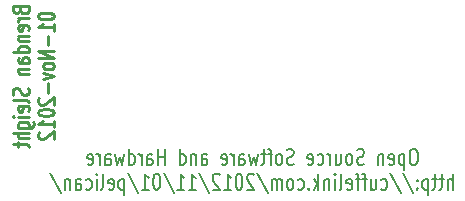
<source format=gbo>
G04 (created by PCBNEW-RS274X (2011-05-25)-stable) date Sun 25 Nov 2012 22:20:31 GMT*
G01*
G70*
G90*
%MOIN*%
G04 Gerber Fmt 3.4, Leading zero omitted, Abs format*
%FSLAX34Y34*%
G04 APERTURE LIST*
%ADD10C,0.006000*%
%ADD11C,0.008000*%
%ADD12C,0.010000*%
G04 APERTURE END LIST*
G54D10*
G54D11*
X39073Y-27241D02*
X38996Y-27241D01*
X38958Y-27267D01*
X38920Y-27317D01*
X38901Y-27419D01*
X38901Y-27597D01*
X38920Y-27698D01*
X38958Y-27749D01*
X38996Y-27774D01*
X39073Y-27774D01*
X39111Y-27749D01*
X39149Y-27698D01*
X39168Y-27597D01*
X39168Y-27419D01*
X39149Y-27317D01*
X39111Y-27267D01*
X39073Y-27241D01*
X38730Y-27419D02*
X38730Y-27952D01*
X38730Y-27444D02*
X38692Y-27419D01*
X38615Y-27419D01*
X38577Y-27444D01*
X38558Y-27470D01*
X38539Y-27520D01*
X38539Y-27673D01*
X38558Y-27723D01*
X38577Y-27749D01*
X38615Y-27774D01*
X38692Y-27774D01*
X38730Y-27749D01*
X38215Y-27749D02*
X38253Y-27774D01*
X38330Y-27774D01*
X38368Y-27749D01*
X38387Y-27698D01*
X38387Y-27495D01*
X38368Y-27444D01*
X38330Y-27419D01*
X38253Y-27419D01*
X38215Y-27444D01*
X38196Y-27495D01*
X38196Y-27546D01*
X38387Y-27597D01*
X38025Y-27419D02*
X38025Y-27774D01*
X38025Y-27470D02*
X38006Y-27444D01*
X37968Y-27419D01*
X37910Y-27419D01*
X37872Y-27444D01*
X37853Y-27495D01*
X37853Y-27774D01*
X37377Y-27749D02*
X37320Y-27774D01*
X37224Y-27774D01*
X37186Y-27749D01*
X37167Y-27723D01*
X37148Y-27673D01*
X37148Y-27622D01*
X37167Y-27571D01*
X37186Y-27546D01*
X37224Y-27520D01*
X37301Y-27495D01*
X37339Y-27470D01*
X37358Y-27444D01*
X37377Y-27394D01*
X37377Y-27343D01*
X37358Y-27292D01*
X37339Y-27267D01*
X37301Y-27241D01*
X37205Y-27241D01*
X37148Y-27267D01*
X36920Y-27774D02*
X36958Y-27749D01*
X36977Y-27723D01*
X36996Y-27673D01*
X36996Y-27520D01*
X36977Y-27470D01*
X36958Y-27444D01*
X36920Y-27419D01*
X36862Y-27419D01*
X36824Y-27444D01*
X36805Y-27470D01*
X36786Y-27520D01*
X36786Y-27673D01*
X36805Y-27723D01*
X36824Y-27749D01*
X36862Y-27774D01*
X36920Y-27774D01*
X36443Y-27419D02*
X36443Y-27774D01*
X36615Y-27419D02*
X36615Y-27698D01*
X36596Y-27749D01*
X36558Y-27774D01*
X36500Y-27774D01*
X36462Y-27749D01*
X36443Y-27723D01*
X36253Y-27774D02*
X36253Y-27419D01*
X36253Y-27520D02*
X36234Y-27470D01*
X36215Y-27444D01*
X36177Y-27419D01*
X36138Y-27419D01*
X35833Y-27749D02*
X35871Y-27774D01*
X35948Y-27774D01*
X35986Y-27749D01*
X36005Y-27723D01*
X36024Y-27673D01*
X36024Y-27520D01*
X36005Y-27470D01*
X35986Y-27444D01*
X35948Y-27419D01*
X35871Y-27419D01*
X35833Y-27444D01*
X35509Y-27749D02*
X35547Y-27774D01*
X35624Y-27774D01*
X35662Y-27749D01*
X35681Y-27698D01*
X35681Y-27495D01*
X35662Y-27444D01*
X35624Y-27419D01*
X35547Y-27419D01*
X35509Y-27444D01*
X35490Y-27495D01*
X35490Y-27546D01*
X35681Y-27597D01*
X35033Y-27749D02*
X34976Y-27774D01*
X34880Y-27774D01*
X34842Y-27749D01*
X34823Y-27723D01*
X34804Y-27673D01*
X34804Y-27622D01*
X34823Y-27571D01*
X34842Y-27546D01*
X34880Y-27520D01*
X34957Y-27495D01*
X34995Y-27470D01*
X35014Y-27444D01*
X35033Y-27394D01*
X35033Y-27343D01*
X35014Y-27292D01*
X34995Y-27267D01*
X34957Y-27241D01*
X34861Y-27241D01*
X34804Y-27267D01*
X34576Y-27774D02*
X34614Y-27749D01*
X34633Y-27723D01*
X34652Y-27673D01*
X34652Y-27520D01*
X34633Y-27470D01*
X34614Y-27444D01*
X34576Y-27419D01*
X34518Y-27419D01*
X34480Y-27444D01*
X34461Y-27470D01*
X34442Y-27520D01*
X34442Y-27673D01*
X34461Y-27723D01*
X34480Y-27749D01*
X34518Y-27774D01*
X34576Y-27774D01*
X34328Y-27419D02*
X34176Y-27419D01*
X34271Y-27774D02*
X34271Y-27317D01*
X34252Y-27267D01*
X34214Y-27241D01*
X34176Y-27241D01*
X34099Y-27419D02*
X33947Y-27419D01*
X34042Y-27241D02*
X34042Y-27698D01*
X34023Y-27749D01*
X33985Y-27774D01*
X33947Y-27774D01*
X33851Y-27419D02*
X33775Y-27774D01*
X33698Y-27520D01*
X33622Y-27774D01*
X33546Y-27419D01*
X33222Y-27774D02*
X33222Y-27495D01*
X33241Y-27444D01*
X33279Y-27419D01*
X33356Y-27419D01*
X33394Y-27444D01*
X33222Y-27749D02*
X33260Y-27774D01*
X33356Y-27774D01*
X33394Y-27749D01*
X33413Y-27698D01*
X33413Y-27647D01*
X33394Y-27597D01*
X33356Y-27571D01*
X33260Y-27571D01*
X33222Y-27546D01*
X33032Y-27774D02*
X33032Y-27419D01*
X33032Y-27520D02*
X33013Y-27470D01*
X32994Y-27444D01*
X32956Y-27419D01*
X32917Y-27419D01*
X32631Y-27749D02*
X32669Y-27774D01*
X32746Y-27774D01*
X32784Y-27749D01*
X32803Y-27698D01*
X32803Y-27495D01*
X32784Y-27444D01*
X32746Y-27419D01*
X32669Y-27419D01*
X32631Y-27444D01*
X32612Y-27495D01*
X32612Y-27546D01*
X32803Y-27597D01*
X31964Y-27774D02*
X31964Y-27495D01*
X31983Y-27444D01*
X32021Y-27419D01*
X32098Y-27419D01*
X32136Y-27444D01*
X31964Y-27749D02*
X32002Y-27774D01*
X32098Y-27774D01*
X32136Y-27749D01*
X32155Y-27698D01*
X32155Y-27647D01*
X32136Y-27597D01*
X32098Y-27571D01*
X32002Y-27571D01*
X31964Y-27546D01*
X31774Y-27419D02*
X31774Y-27774D01*
X31774Y-27470D02*
X31755Y-27444D01*
X31717Y-27419D01*
X31659Y-27419D01*
X31621Y-27444D01*
X31602Y-27495D01*
X31602Y-27774D01*
X31240Y-27774D02*
X31240Y-27241D01*
X31240Y-27749D02*
X31278Y-27774D01*
X31355Y-27774D01*
X31393Y-27749D01*
X31412Y-27723D01*
X31431Y-27673D01*
X31431Y-27520D01*
X31412Y-27470D01*
X31393Y-27444D01*
X31355Y-27419D01*
X31278Y-27419D01*
X31240Y-27444D01*
X30745Y-27774D02*
X30745Y-27241D01*
X30745Y-27495D02*
X30516Y-27495D01*
X30516Y-27774D02*
X30516Y-27241D01*
X30154Y-27774D02*
X30154Y-27495D01*
X30173Y-27444D01*
X30211Y-27419D01*
X30288Y-27419D01*
X30326Y-27444D01*
X30154Y-27749D02*
X30192Y-27774D01*
X30288Y-27774D01*
X30326Y-27749D01*
X30345Y-27698D01*
X30345Y-27647D01*
X30326Y-27597D01*
X30288Y-27571D01*
X30192Y-27571D01*
X30154Y-27546D01*
X29964Y-27774D02*
X29964Y-27419D01*
X29964Y-27520D02*
X29945Y-27470D01*
X29926Y-27444D01*
X29888Y-27419D01*
X29849Y-27419D01*
X29544Y-27774D02*
X29544Y-27241D01*
X29544Y-27749D02*
X29582Y-27774D01*
X29659Y-27774D01*
X29697Y-27749D01*
X29716Y-27723D01*
X29735Y-27673D01*
X29735Y-27520D01*
X29716Y-27470D01*
X29697Y-27444D01*
X29659Y-27419D01*
X29582Y-27419D01*
X29544Y-27444D01*
X29392Y-27419D02*
X29316Y-27774D01*
X29239Y-27520D01*
X29163Y-27774D01*
X29087Y-27419D01*
X28763Y-27774D02*
X28763Y-27495D01*
X28782Y-27444D01*
X28820Y-27419D01*
X28897Y-27419D01*
X28935Y-27444D01*
X28763Y-27749D02*
X28801Y-27774D01*
X28897Y-27774D01*
X28935Y-27749D01*
X28954Y-27698D01*
X28954Y-27647D01*
X28935Y-27597D01*
X28897Y-27571D01*
X28801Y-27571D01*
X28763Y-27546D01*
X28573Y-27774D02*
X28573Y-27419D01*
X28573Y-27520D02*
X28554Y-27470D01*
X28535Y-27444D01*
X28497Y-27419D01*
X28458Y-27419D01*
X28172Y-27749D02*
X28210Y-27774D01*
X28287Y-27774D01*
X28325Y-27749D01*
X28344Y-27698D01*
X28344Y-27495D01*
X28325Y-27444D01*
X28287Y-27419D01*
X28210Y-27419D01*
X28172Y-27444D01*
X28153Y-27495D01*
X28153Y-27546D01*
X28344Y-27597D01*
X40338Y-28600D02*
X40338Y-28067D01*
X40166Y-28600D02*
X40166Y-28321D01*
X40185Y-28270D01*
X40223Y-28245D01*
X40281Y-28245D01*
X40319Y-28270D01*
X40338Y-28296D01*
X40033Y-28245D02*
X39881Y-28245D01*
X39976Y-28067D02*
X39976Y-28524D01*
X39957Y-28575D01*
X39919Y-28600D01*
X39881Y-28600D01*
X39804Y-28245D02*
X39652Y-28245D01*
X39747Y-28067D02*
X39747Y-28524D01*
X39728Y-28575D01*
X39690Y-28600D01*
X39652Y-28600D01*
X39518Y-28245D02*
X39518Y-28778D01*
X39518Y-28270D02*
X39480Y-28245D01*
X39403Y-28245D01*
X39365Y-28270D01*
X39346Y-28296D01*
X39327Y-28346D01*
X39327Y-28499D01*
X39346Y-28549D01*
X39365Y-28575D01*
X39403Y-28600D01*
X39480Y-28600D01*
X39518Y-28575D01*
X39156Y-28549D02*
X39137Y-28575D01*
X39156Y-28600D01*
X39175Y-28575D01*
X39156Y-28549D01*
X39156Y-28600D01*
X39156Y-28270D02*
X39137Y-28296D01*
X39156Y-28321D01*
X39175Y-28296D01*
X39156Y-28270D01*
X39156Y-28321D01*
X38680Y-28042D02*
X39023Y-28727D01*
X38261Y-28042D02*
X38604Y-28727D01*
X37956Y-28575D02*
X37994Y-28600D01*
X38071Y-28600D01*
X38109Y-28575D01*
X38128Y-28549D01*
X38147Y-28499D01*
X38147Y-28346D01*
X38128Y-28296D01*
X38109Y-28270D01*
X38071Y-28245D01*
X37994Y-28245D01*
X37956Y-28270D01*
X37613Y-28245D02*
X37613Y-28600D01*
X37785Y-28245D02*
X37785Y-28524D01*
X37766Y-28575D01*
X37728Y-28600D01*
X37670Y-28600D01*
X37632Y-28575D01*
X37613Y-28549D01*
X37480Y-28245D02*
X37328Y-28245D01*
X37423Y-28600D02*
X37423Y-28143D01*
X37404Y-28093D01*
X37366Y-28067D01*
X37328Y-28067D01*
X37251Y-28245D02*
X37099Y-28245D01*
X37194Y-28600D02*
X37194Y-28143D01*
X37175Y-28093D01*
X37137Y-28067D01*
X37099Y-28067D01*
X36812Y-28575D02*
X36850Y-28600D01*
X36927Y-28600D01*
X36965Y-28575D01*
X36984Y-28524D01*
X36984Y-28321D01*
X36965Y-28270D01*
X36927Y-28245D01*
X36850Y-28245D01*
X36812Y-28270D01*
X36793Y-28321D01*
X36793Y-28372D01*
X36984Y-28423D01*
X36565Y-28600D02*
X36603Y-28575D01*
X36622Y-28524D01*
X36622Y-28067D01*
X36412Y-28600D02*
X36412Y-28245D01*
X36412Y-28067D02*
X36431Y-28093D01*
X36412Y-28118D01*
X36393Y-28093D01*
X36412Y-28067D01*
X36412Y-28118D01*
X36222Y-28245D02*
X36222Y-28600D01*
X36222Y-28296D02*
X36203Y-28270D01*
X36165Y-28245D01*
X36107Y-28245D01*
X36069Y-28270D01*
X36050Y-28321D01*
X36050Y-28600D01*
X35860Y-28600D02*
X35860Y-28067D01*
X35822Y-28397D02*
X35707Y-28600D01*
X35707Y-28245D02*
X35860Y-28448D01*
X35536Y-28549D02*
X35517Y-28575D01*
X35536Y-28600D01*
X35555Y-28575D01*
X35536Y-28549D01*
X35536Y-28600D01*
X35174Y-28575D02*
X35212Y-28600D01*
X35289Y-28600D01*
X35327Y-28575D01*
X35346Y-28549D01*
X35365Y-28499D01*
X35365Y-28346D01*
X35346Y-28296D01*
X35327Y-28270D01*
X35289Y-28245D01*
X35212Y-28245D01*
X35174Y-28270D01*
X34946Y-28600D02*
X34984Y-28575D01*
X35003Y-28549D01*
X35022Y-28499D01*
X35022Y-28346D01*
X35003Y-28296D01*
X34984Y-28270D01*
X34946Y-28245D01*
X34888Y-28245D01*
X34850Y-28270D01*
X34831Y-28296D01*
X34812Y-28346D01*
X34812Y-28499D01*
X34831Y-28549D01*
X34850Y-28575D01*
X34888Y-28600D01*
X34946Y-28600D01*
X34641Y-28600D02*
X34641Y-28245D01*
X34641Y-28296D02*
X34622Y-28270D01*
X34584Y-28245D01*
X34526Y-28245D01*
X34488Y-28270D01*
X34469Y-28321D01*
X34469Y-28600D01*
X34469Y-28321D02*
X34450Y-28270D01*
X34412Y-28245D01*
X34355Y-28245D01*
X34317Y-28270D01*
X34298Y-28321D01*
X34298Y-28600D01*
X33822Y-28042D02*
X34165Y-28727D01*
X33708Y-28118D02*
X33689Y-28093D01*
X33651Y-28067D01*
X33555Y-28067D01*
X33517Y-28093D01*
X33498Y-28118D01*
X33479Y-28169D01*
X33479Y-28220D01*
X33498Y-28296D01*
X33727Y-28600D01*
X33479Y-28600D01*
X33232Y-28067D02*
X33193Y-28067D01*
X33155Y-28093D01*
X33136Y-28118D01*
X33117Y-28169D01*
X33098Y-28270D01*
X33098Y-28397D01*
X33117Y-28499D01*
X33136Y-28549D01*
X33155Y-28575D01*
X33193Y-28600D01*
X33232Y-28600D01*
X33270Y-28575D01*
X33289Y-28549D01*
X33308Y-28499D01*
X33327Y-28397D01*
X33327Y-28270D01*
X33308Y-28169D01*
X33289Y-28118D01*
X33270Y-28093D01*
X33232Y-28067D01*
X32717Y-28600D02*
X32946Y-28600D01*
X32832Y-28600D02*
X32832Y-28067D01*
X32870Y-28143D01*
X32908Y-28194D01*
X32946Y-28220D01*
X32565Y-28118D02*
X32546Y-28093D01*
X32508Y-28067D01*
X32412Y-28067D01*
X32374Y-28093D01*
X32355Y-28118D01*
X32336Y-28169D01*
X32336Y-28220D01*
X32355Y-28296D01*
X32584Y-28600D01*
X32336Y-28600D01*
X31879Y-28042D02*
X32222Y-28727D01*
X31536Y-28600D02*
X31765Y-28600D01*
X31651Y-28600D02*
X31651Y-28067D01*
X31689Y-28143D01*
X31727Y-28194D01*
X31765Y-28220D01*
X31155Y-28600D02*
X31384Y-28600D01*
X31270Y-28600D02*
X31270Y-28067D01*
X31308Y-28143D01*
X31346Y-28194D01*
X31384Y-28220D01*
X30698Y-28042D02*
X31041Y-28727D01*
X30489Y-28067D02*
X30450Y-28067D01*
X30412Y-28093D01*
X30393Y-28118D01*
X30374Y-28169D01*
X30355Y-28270D01*
X30355Y-28397D01*
X30374Y-28499D01*
X30393Y-28549D01*
X30412Y-28575D01*
X30450Y-28600D01*
X30489Y-28600D01*
X30527Y-28575D01*
X30546Y-28549D01*
X30565Y-28499D01*
X30584Y-28397D01*
X30584Y-28270D01*
X30565Y-28169D01*
X30546Y-28118D01*
X30527Y-28093D01*
X30489Y-28067D01*
X29974Y-28600D02*
X30203Y-28600D01*
X30089Y-28600D02*
X30089Y-28067D01*
X30127Y-28143D01*
X30165Y-28194D01*
X30203Y-28220D01*
X29517Y-28042D02*
X29860Y-28727D01*
X29384Y-28245D02*
X29384Y-28778D01*
X29384Y-28270D02*
X29346Y-28245D01*
X29269Y-28245D01*
X29231Y-28270D01*
X29212Y-28296D01*
X29193Y-28346D01*
X29193Y-28499D01*
X29212Y-28549D01*
X29231Y-28575D01*
X29269Y-28600D01*
X29346Y-28600D01*
X29384Y-28575D01*
X28869Y-28575D02*
X28907Y-28600D01*
X28984Y-28600D01*
X29022Y-28575D01*
X29041Y-28524D01*
X29041Y-28321D01*
X29022Y-28270D01*
X28984Y-28245D01*
X28907Y-28245D01*
X28869Y-28270D01*
X28850Y-28321D01*
X28850Y-28372D01*
X29041Y-28423D01*
X28622Y-28600D02*
X28660Y-28575D01*
X28679Y-28524D01*
X28679Y-28067D01*
X28469Y-28600D02*
X28469Y-28245D01*
X28469Y-28067D02*
X28488Y-28093D01*
X28469Y-28118D01*
X28450Y-28093D01*
X28469Y-28067D01*
X28469Y-28118D01*
X28107Y-28575D02*
X28145Y-28600D01*
X28222Y-28600D01*
X28260Y-28575D01*
X28279Y-28549D01*
X28298Y-28499D01*
X28298Y-28346D01*
X28279Y-28296D01*
X28260Y-28270D01*
X28222Y-28245D01*
X28145Y-28245D01*
X28107Y-28270D01*
X27764Y-28600D02*
X27764Y-28321D01*
X27783Y-28270D01*
X27821Y-28245D01*
X27898Y-28245D01*
X27936Y-28270D01*
X27764Y-28575D02*
X27802Y-28600D01*
X27898Y-28600D01*
X27936Y-28575D01*
X27955Y-28524D01*
X27955Y-28473D01*
X27936Y-28423D01*
X27898Y-28397D01*
X27802Y-28397D01*
X27764Y-28372D01*
X27574Y-28245D02*
X27574Y-28600D01*
X27574Y-28296D02*
X27555Y-28270D01*
X27517Y-28245D01*
X27459Y-28245D01*
X27421Y-28270D01*
X27402Y-28321D01*
X27402Y-28600D01*
X26926Y-28042D02*
X27269Y-28727D01*
G54D12*
X25920Y-22622D02*
X25945Y-22679D01*
X25971Y-22698D01*
X26022Y-22717D01*
X26098Y-22717D01*
X26148Y-22698D01*
X26174Y-22679D01*
X26199Y-22641D01*
X26199Y-22488D01*
X25666Y-22488D01*
X25666Y-22622D01*
X25692Y-22660D01*
X25717Y-22679D01*
X25768Y-22698D01*
X25819Y-22698D01*
X25869Y-22679D01*
X25895Y-22660D01*
X25920Y-22622D01*
X25920Y-22488D01*
X26199Y-22888D02*
X25844Y-22888D01*
X25945Y-22888D02*
X25895Y-22907D01*
X25869Y-22926D01*
X25844Y-22964D01*
X25844Y-23003D01*
X26174Y-23289D02*
X26199Y-23251D01*
X26199Y-23174D01*
X26174Y-23136D01*
X26123Y-23117D01*
X25920Y-23117D01*
X25869Y-23136D01*
X25844Y-23174D01*
X25844Y-23251D01*
X25869Y-23289D01*
X25920Y-23308D01*
X25971Y-23308D01*
X26022Y-23117D01*
X25844Y-23479D02*
X26199Y-23479D01*
X25895Y-23479D02*
X25869Y-23498D01*
X25844Y-23536D01*
X25844Y-23594D01*
X25869Y-23632D01*
X25920Y-23651D01*
X26199Y-23651D01*
X26199Y-24013D02*
X25666Y-24013D01*
X26174Y-24013D02*
X26199Y-23975D01*
X26199Y-23898D01*
X26174Y-23860D01*
X26148Y-23841D01*
X26098Y-23822D01*
X25945Y-23822D01*
X25895Y-23841D01*
X25869Y-23860D01*
X25844Y-23898D01*
X25844Y-23975D01*
X25869Y-24013D01*
X26199Y-24375D02*
X25920Y-24375D01*
X25869Y-24356D01*
X25844Y-24318D01*
X25844Y-24241D01*
X25869Y-24203D01*
X26174Y-24375D02*
X26199Y-24337D01*
X26199Y-24241D01*
X26174Y-24203D01*
X26123Y-24184D01*
X26072Y-24184D01*
X26022Y-24203D01*
X25996Y-24241D01*
X25996Y-24337D01*
X25971Y-24375D01*
X25844Y-24565D02*
X26199Y-24565D01*
X25895Y-24565D02*
X25869Y-24584D01*
X25844Y-24622D01*
X25844Y-24680D01*
X25869Y-24718D01*
X25920Y-24737D01*
X26199Y-24737D01*
X26174Y-25213D02*
X26199Y-25270D01*
X26199Y-25366D01*
X26174Y-25404D01*
X26148Y-25423D01*
X26098Y-25442D01*
X26047Y-25442D01*
X25996Y-25423D01*
X25971Y-25404D01*
X25945Y-25366D01*
X25920Y-25289D01*
X25895Y-25251D01*
X25869Y-25232D01*
X25819Y-25213D01*
X25768Y-25213D01*
X25717Y-25232D01*
X25692Y-25251D01*
X25666Y-25289D01*
X25666Y-25385D01*
X25692Y-25442D01*
X26199Y-25670D02*
X26174Y-25632D01*
X26123Y-25613D01*
X25666Y-25613D01*
X26174Y-25976D02*
X26199Y-25938D01*
X26199Y-25861D01*
X26174Y-25823D01*
X26123Y-25804D01*
X25920Y-25804D01*
X25869Y-25823D01*
X25844Y-25861D01*
X25844Y-25938D01*
X25869Y-25976D01*
X25920Y-25995D01*
X25971Y-25995D01*
X26022Y-25804D01*
X26199Y-26166D02*
X25844Y-26166D01*
X25666Y-26166D02*
X25692Y-26147D01*
X25717Y-26166D01*
X25692Y-26185D01*
X25666Y-26166D01*
X25717Y-26166D01*
X25844Y-26528D02*
X26275Y-26528D01*
X26326Y-26509D01*
X26352Y-26490D01*
X26377Y-26451D01*
X26377Y-26394D01*
X26352Y-26356D01*
X26174Y-26528D02*
X26199Y-26490D01*
X26199Y-26413D01*
X26174Y-26375D01*
X26148Y-26356D01*
X26098Y-26337D01*
X25945Y-26337D01*
X25895Y-26356D01*
X25869Y-26375D01*
X25844Y-26413D01*
X25844Y-26490D01*
X25869Y-26528D01*
X26199Y-26718D02*
X25666Y-26718D01*
X26199Y-26890D02*
X25920Y-26890D01*
X25869Y-26871D01*
X25844Y-26833D01*
X25844Y-26775D01*
X25869Y-26737D01*
X25895Y-26718D01*
X25844Y-27023D02*
X25844Y-27175D01*
X25666Y-27080D02*
X26123Y-27080D01*
X26174Y-27099D01*
X26199Y-27137D01*
X26199Y-27175D01*
X26512Y-22793D02*
X26512Y-22832D01*
X26538Y-22870D01*
X26563Y-22889D01*
X26614Y-22908D01*
X26715Y-22927D01*
X26842Y-22927D01*
X26944Y-22908D01*
X26994Y-22889D01*
X27020Y-22870D01*
X27045Y-22832D01*
X27045Y-22793D01*
X27020Y-22755D01*
X26994Y-22736D01*
X26944Y-22717D01*
X26842Y-22698D01*
X26715Y-22698D01*
X26614Y-22717D01*
X26563Y-22736D01*
X26538Y-22755D01*
X26512Y-22793D01*
X27045Y-23308D02*
X27045Y-23079D01*
X27045Y-23193D02*
X26512Y-23193D01*
X26588Y-23155D01*
X26639Y-23117D01*
X26665Y-23079D01*
X26842Y-23479D02*
X26842Y-23784D01*
X27045Y-23974D02*
X26512Y-23974D01*
X27045Y-24203D01*
X26512Y-24203D01*
X27045Y-24450D02*
X27020Y-24412D01*
X26994Y-24393D01*
X26944Y-24374D01*
X26791Y-24374D01*
X26741Y-24393D01*
X26715Y-24412D01*
X26690Y-24450D01*
X26690Y-24508D01*
X26715Y-24546D01*
X26741Y-24565D01*
X26791Y-24584D01*
X26944Y-24584D01*
X26994Y-24565D01*
X27020Y-24546D01*
X27045Y-24508D01*
X27045Y-24450D01*
X26690Y-24717D02*
X27045Y-24812D01*
X26690Y-24908D01*
X26842Y-25060D02*
X26842Y-25365D01*
X26563Y-25536D02*
X26538Y-25555D01*
X26512Y-25593D01*
X26512Y-25689D01*
X26538Y-25727D01*
X26563Y-25746D01*
X26614Y-25765D01*
X26665Y-25765D01*
X26741Y-25746D01*
X27045Y-25517D01*
X27045Y-25765D01*
X26512Y-26012D02*
X26512Y-26051D01*
X26538Y-26089D01*
X26563Y-26108D01*
X26614Y-26127D01*
X26715Y-26146D01*
X26842Y-26146D01*
X26944Y-26127D01*
X26994Y-26108D01*
X27020Y-26089D01*
X27045Y-26051D01*
X27045Y-26012D01*
X27020Y-25974D01*
X26994Y-25955D01*
X26944Y-25936D01*
X26842Y-25917D01*
X26715Y-25917D01*
X26614Y-25936D01*
X26563Y-25955D01*
X26538Y-25974D01*
X26512Y-26012D01*
X27045Y-26527D02*
X27045Y-26298D01*
X27045Y-26412D02*
X26512Y-26412D01*
X26588Y-26374D01*
X26639Y-26336D01*
X26665Y-26298D01*
X26563Y-26679D02*
X26538Y-26698D01*
X26512Y-26736D01*
X26512Y-26832D01*
X26538Y-26870D01*
X26563Y-26889D01*
X26614Y-26908D01*
X26665Y-26908D01*
X26741Y-26889D01*
X27045Y-26660D01*
X27045Y-26908D01*
M02*

</source>
